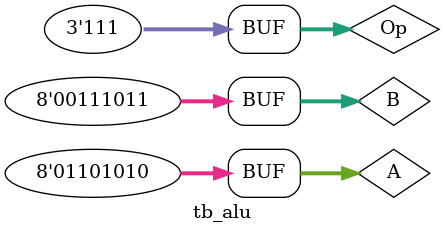
<source format=v>
module tb_alu;

    // Inputs
    reg [7:0] A;
    reg [7:0] B;
    reg [2:0] Op;

    // Outputs
    wire [7:0] R;

    // Instantiate the Unit Under Test (UUT)
    ALU uut ( 
        .A(A), 
        .B(B), 
        .Op(Op), 
        .R(R)
    );
    
    initial begin
        // Apply inputs.
      $monitor($time,"A=%d,B=%d,op=%d,R=%d",A,B,Op,R); 
      $dumpfile("ALU_B1.vcd"); 
      $dumpvars(0,R);
    
        A = 8'b01101010;
        B = 8'b00111011;
        Op = 0; #100;
        Op = 1; #100;
        Op = 2; #100;
        Op = 3; #100;
        Op = 4; #100;
        Op = 5; #100;
        Op = 6; #100;
        Op = 7; #100;
        
    end
      
endmodule

</source>
